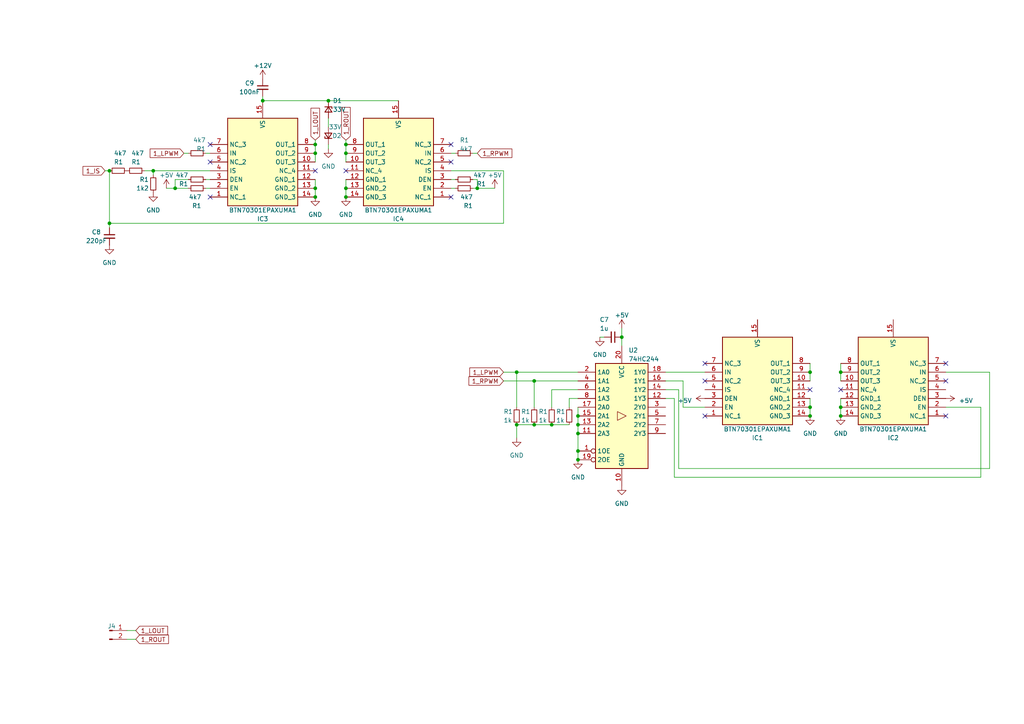
<source format=kicad_sch>
(kicad_sch (version 20230121) (generator eeschema)
  (paper "A4")
  (lib_symbols
    (symbol "74xx:74HC244"
      (property "Reference" "U" (at -7.62 16.51 0))
      (property "Value" "74HC244" (at -7.62 -16.51 0))
      (symbol "74HC244_1_0"
        (polyline (pts (xy 1.27 0) (xy -1.27 1.27) (xy -1.27 -1.27) (xy 1.27 0)) (stroke (width 0.1524)))
        (pin input inverted (at -12.7 -10.16 0) (length 5.08) (name "1OE") (number "1"))
        (pin power_in line (at 0 -20.32 90) (length 5.08) (name "GND") (number "10"))
        (pin input line (at -12.7 -5.08 0) (length 5.08) (name "2A3") (number "11"))
        (pin tri_state line (at 12.7 5.08 180) (length 5.08) (name "1Y3") (number "12"))
        (pin input line (at -12.7 -2.54 0) (length 5.08) (name "2A2") (number "13"))
        (pin tri_state line (at 12.7 7.62 180) (length 5.08) (name "1Y2") (number "14"))
        (pin input line (at -12.7 0 0) (length 5.08) (name "2A1") (number "15"))
        (pin tri_state line (at 12.7 10.16 180) (length 5.08) (name "1Y1") (number "16"))
        (pin input line (at -12.7 2.54 0) (length 5.08) (name "2A0") (number "17"))
        (pin tri_state line (at 12.7 12.7 180) (length 5.08) (name "1Y0") (number "18"))
        (pin input inverted (at -12.7 -12.7 0) (length 5.08) (name "2OE") (number "19"))
        (pin input line (at -12.7 12.7 0) (length 5.08) (name "1A0") (number "2"))
        (pin power_in line (at 0 20.32 270) (length 5.08) (name "VCC") (number "20"))
        (pin tri_state line (at 12.7 2.54 180) (length 5.08) (name "2Y0") (number "3"))
        (pin input line (at -12.7 10.16 0) (length 5.08) (name "1A1") (number "4"))
        (pin tri_state line (at 12.7 0 180) (length 5.08) (name "2Y1") (number "5"))
        (pin input line (at -12.7 7.62 0) (length 5.08) (name "1A2") (number "6"))
        (pin tri_state line (at 12.7 -2.54 180) (length 5.08) (name "2Y2") (number "7"))
        (pin input line (at -12.7 5.08 0) (length 5.08) (name "1A3") (number "8"))
        (pin tri_state line (at 12.7 -5.08 180) (length 5.08) (name "2Y3") (number "9"))
      )
      (symbol "74HC244_1_1"
        (rectangle (start -7.62 15.24) (end 7.62 -15.24) (stroke (width 0.254)) (fill (type background)))
      )
    )
    (symbol "Connector:Conn_01x02_Pin" (pin_names (offset 1.016) hide)
      (property "Reference" "J" (at 0 2.54 0))
      (property "Value" "Conn_01x02_Pin" (at 0 -5.08 0))
      (symbol "Conn_01x02_Pin_1_1"
        (polyline (pts (xy 1.27 -2.54) (xy 0.8636 -2.54)) (stroke (width 0.1524)))
        (polyline (pts (xy 1.27 0) (xy 0.8636 0)) (stroke (width 0.1524)))
        (rectangle (start 0.8636 -2.413) (end 0 -2.667) (stroke (width 0.1524)) (fill (type outline)))
        (rectangle (start 0.8636 0.127) (end 0 -0.127) (stroke (width 0.1524)) (fill (type outline)))
        (pin passive line (at 5.08 0 180) (length 3.81) (name "Pin_1") (number "1"))
        (pin passive line (at 5.08 -2.54 180) (length 3.81) (name "Pin_2") (number "2"))
      )
    )
    (symbol "Device:C_Small" (pin_numbers hide) (pin_names (offset 0.254) hide)
      (property "Reference" "C" (at 0.254 1.778 0))
      (property "Value" "C_Small" (at 0.254 -2.032 0))
      (symbol "C_Small_0_1"
        (polyline (pts (xy -1.524 -0.508) (xy 1.524 -0.508)) (stroke (width 0.3302)))
        (polyline (pts (xy -1.524 0.508) (xy 1.524 0.508)) (stroke (width 0.3048)))
      )
      (symbol "C_Small_1_1"
        (pin passive line (at 0 2.54 270) (length 2.032) (name "~") (number "1"))
        (pin passive line (at 0 -2.54 90) (length 2.032) (name "~") (number "2"))
      )
    )
    (symbol "Device:D_Zener_Small" (pin_numbers hide) (pin_names (offset 0.254) hide)
      (property "Reference" "D" (at 0 2.286 0))
      (property "Value" "D_Zener_Small" (at 0 -2.286 0))
      (symbol "D_Zener_Small_0_1"
        (polyline (pts (xy 0.762 0) (xy -0.762 0)))
        (polyline (pts (xy -0.254 1.016) (xy -0.762 1.016) (xy -0.762 -1.016)) (stroke (width 0.254)))
        (polyline (pts (xy 0.762 1.016) (xy -0.762 0) (xy 0.762 -1.016) (xy 0.762 1.016)) (stroke (width 0.254)))
      )
      (symbol "D_Zener_Small_1_1"
        (pin passive line (at -2.54 0 0) (length 1.778) (name "K") (number "1"))
        (pin passive line (at 2.54 0 180) (length 1.778) (name "A") (number "2"))
      )
    )
    (symbol "Device:R_Small" (pin_numbers hide) (pin_names (offset 0.254) hide)
      (property "Reference" "R" (at 0.762 0.508 0))
      (property "Value" "R_Small" (at 0.762 -1.016 0))
      (symbol "R_Small_0_1"
        (rectangle (start -0.762 1.778) (end 0.762 -1.778) (stroke (width 0.2032)))
      )
      (symbol "R_Small_1_1"
        (pin passive line (at 0 2.54 270) (length 0.762) (name "~") (number "1"))
        (pin passive line (at 0 -2.54 90) (length 0.762) (name "~") (number "2"))
      )
    )
    (symbol "SamacSys_Parts:BTN70301EPAXUMA1"
      (property "Reference" "IC" (at 26.67 7.62 0))
      (property "Value" "BTN70301EPAXUMA1" (at 26.67 5.08 0))
      (symbol "BTN70301EPAXUMA1_1_1"
        (rectangle (start 5.08 2.54) (end 25.4 -22.86) (stroke (width 0.254)) (fill (type background)))
        (pin passive line (at 0 0 0) (length 5.08) (name "NC_1") (number "1"))
        (pin output line (at 30.48 -10.16 180) (length 5.08) (name "OUT_3") (number "10"))
        (pin passive line (at 30.48 -7.62 180) (length 5.08) (name "NC_4") (number "11"))
        (pin power_in line (at 30.48 -5.08 180) (length 5.08) (name "GND_1") (number "12"))
        (pin power_in line (at 30.48 -2.54 180) (length 5.08) (name "GND_2") (number "13"))
        (pin power_in line (at 30.48 0 180) (length 5.08) (name "GND_3") (number "14"))
        (pin power_in line (at 15.24 -27.94 90) (length 5.08) (name "VS") (number "15"))
        (pin input line (at 0 -2.54 0) (length 5.08) (name "EN") (number "2"))
        (pin input line (at 0 -5.08 0) (length 5.08) (name "DEN") (number "3"))
        (pin output line (at 0 -7.62 0) (length 5.08) (name "IS") (number "4"))
        (pin passive line (at 0 -10.16 0) (length 5.08) (name "NC_2") (number "5"))
        (pin input line (at 0 -12.7 0) (length 5.08) (name "IN") (number "6"))
        (pin passive line (at 0 -15.24 0) (length 5.08) (name "NC_3") (number "7"))
        (pin output line (at 30.48 -15.24 180) (length 5.08) (name "OUT_1") (number "8"))
        (pin output line (at 30.48 -12.7 180) (length 5.08) (name "OUT_2") (number "9"))
      )
    )
    (symbol "power:+12V" (power) (pin_names (offset 0))
      (property "Value" "+12V" (at 0 3.556 0))
      (symbol "+12V_0_1"
        (polyline (pts (xy -0.762 1.27) (xy 0 2.54)))
        (polyline (pts (xy 0 0) (xy 0 2.54)))
        (polyline (pts (xy 0 2.54) (xy 0.762 1.27)))
      )
      (symbol "+12V_1_1"
        (pin power_in line (at 0 0 90) (length 0) hide (name "+12V") (number "1"))
      )
    )
    (symbol "power:+5V" (power) (pin_names (offset 0))
      (property "Value" "+5V" (at 0 3.556 0))
      (symbol "+5V_0_1"
        (polyline (pts (xy -0.762 1.27) (xy 0 2.54)))
        (polyline (pts (xy 0 0) (xy 0 2.54)))
        (polyline (pts (xy 0 2.54) (xy 0.762 1.27)))
      )
      (symbol "+5V_1_1"
        (pin power_in line (at 0 0 90) (length 0) hide (name "+5V") (number "1"))
      )
    )
    (symbol "power:GND" (power) (pin_names (offset 0))
      (property "Value" "GND" (at 0 -3.81 0))
      (symbol "GND_0_1"
        (polyline (pts (xy 0 0) (xy 0 -1.27) (xy 1.27 -1.27) (xy 0 -2.54) (xy -1.27 -1.27) (xy 0 -1.27)))
      )
      (symbol "GND_1_1"
        (pin power_in line (at 0 0 270) (length 0) hide (name "GND") (number "1"))
      )
    )
  )
  (junction (at 160.02 123.19))
  (junction (at 138.43 54.61))
  (junction (at 167.64 130.81))
  (junction (at 234.95 107.95))
  (junction (at 149.86 123.19))
  (junction (at 234.95 118.11))
  (junction (at 167.64 120.65))
  (junction (at 100.33 44.45))
  (junction (at 100.33 57.15))
  (junction (at 167.64 123.19))
  (junction (at 243.84 107.95))
  (junction (at 243.84 120.65))
  (junction (at 91.44 57.15))
  (junction (at 95.25 29.21))
  (junction (at 149.86 107.95))
  (junction (at 167.64 133.35))
  (junction (at 234.95 120.65))
  (junction (at 50.8 54.61))
  (junction (at 100.33 41.91))
  (junction (at 154.94 123.19))
  (junction (at 91.44 44.45))
  (junction (at 76.2 29.21))
  (junction (at 91.44 41.91))
  (junction (at 44.45 49.53))
  (junction (at 180.34 97.79))
  (junction (at 167.64 125.73))
  (junction (at 31.75 64.77))
  (junction (at 243.84 118.11))
  (junction (at 91.44 54.61))
  (junction (at 100.33 54.61))
  (junction (at 154.94 110.49))
  (junction (at 31.75 49.53))
  (no_connect (at 243.84 113.03))
  (no_connect (at 60.96 57.15))
  (no_connect (at 130.81 41.91))
  (no_connect (at 91.44 49.53))
  (no_connect (at 274.32 120.65))
  (no_connect (at 274.32 105.41))
  (no_connect (at 130.81 46.99))
  (no_connect (at 234.95 113.03))
  (no_connect (at 100.33 49.53))
  (no_connect (at 274.32 110.49))
  (no_connect (at 204.47 120.65))
  (no_connect (at 60.96 46.99))
  (no_connect (at 204.47 105.41))
  (no_connect (at 60.96 41.91))
  (no_connect (at 204.47 110.49))
  (no_connect (at 130.81 57.15))
  (wire (pts (xy 31.75 64.77) (xy 31.75 49.53)))
  (wire (pts (xy 160.02 113.03) (xy 167.64 113.03)))
  (wire (pts (xy 95.25 34.29) (xy 95.25 36.83)))
  (wire (pts (xy 195.58 138.43) (xy 284.48 138.43)))
  (wire (pts (xy 59.69 44.45) (xy 60.96 44.45)))
  (wire (pts (xy 48.26 54.61) (xy 50.8 54.61)))
  (wire (pts (xy 167.64 120.65) (xy 167.64 123.19)))
  (wire (pts (xy 100.33 52.07) (xy 100.33 54.61)))
  (wire (pts (xy 95.25 29.21) (xy 115.57 29.21)))
  (wire (pts (xy 50.8 52.07) (xy 54.61 52.07)))
  (wire (pts (xy 91.44 52.07) (xy 91.44 54.61)))
  (wire (pts (xy 173.99 97.79) (xy 175.26 97.79)))
  (wire (pts (xy 76.2 29.21) (xy 95.25 29.21)))
  (wire (pts (xy 36.83 182.88) (xy 39.37 182.88)))
  (wire (pts (xy 287.02 135.89) (xy 196.85 135.89)))
  (wire (pts (xy 193.04 107.95) (xy 204.47 107.95)))
  (wire (pts (xy 284.48 138.43) (xy 284.48 118.11)))
  (wire (pts (xy 154.94 123.19) (xy 160.02 123.19)))
  (wire (pts (xy 196.85 113.03) (xy 193.04 113.03)))
  (wire (pts (xy 195.58 115.57) (xy 195.58 138.43)))
  (wire (pts (xy 165.1 115.57) (xy 167.64 115.57)))
  (wire (pts (xy 204.47 118.11) (xy 198.12 118.11)))
  (wire (pts (xy 60.96 49.53) (xy 44.45 49.53)))
  (wire (pts (xy 138.43 44.45) (xy 137.16 44.45)))
  (wire (pts (xy 243.84 115.57) (xy 243.84 118.11)))
  (wire (pts (xy 50.8 52.07) (xy 50.8 54.61)))
  (wire (pts (xy 146.05 64.77) (xy 31.75 64.77)))
  (wire (pts (xy 91.44 54.61) (xy 91.44 57.15)))
  (wire (pts (xy 234.95 118.11) (xy 234.95 120.65)))
  (wire (pts (xy 284.48 118.11) (xy 274.32 118.11)))
  (wire (pts (xy 196.85 135.89) (xy 196.85 113.03)))
  (wire (pts (xy 149.86 123.19) (xy 154.94 123.19)))
  (wire (pts (xy 91.44 44.45) (xy 91.44 46.99)))
  (wire (pts (xy 243.84 118.11) (xy 243.84 120.65)))
  (wire (pts (xy 130.81 49.53) (xy 146.05 49.53)))
  (wire (pts (xy 41.91 49.53) (xy 44.45 49.53)))
  (wire (pts (xy 50.8 54.61) (xy 54.61 54.61)))
  (wire (pts (xy 243.84 107.95) (xy 243.84 110.49)))
  (wire (pts (xy 100.33 44.45) (xy 100.33 46.99)))
  (wire (pts (xy 165.1 118.11) (xy 165.1 115.57)))
  (wire (pts (xy 146.05 110.49) (xy 154.94 110.49)))
  (wire (pts (xy 160.02 118.11) (xy 160.02 113.03)))
  (wire (pts (xy 91.44 40.64) (xy 91.44 41.91)))
  (wire (pts (xy 76.2 27.94) (xy 76.2 29.21)))
  (wire (pts (xy 234.95 105.41) (xy 234.95 107.95)))
  (wire (pts (xy 234.95 115.57) (xy 234.95 118.11)))
  (wire (pts (xy 100.33 41.91) (xy 100.33 44.45)))
  (wire (pts (xy 149.86 107.95) (xy 167.64 107.95)))
  (wire (pts (xy 149.86 107.95) (xy 149.86 118.11)))
  (wire (pts (xy 95.25 41.91) (xy 95.25 43.18)))
  (wire (pts (xy 138.43 52.07) (xy 138.43 54.61)))
  (wire (pts (xy 180.34 95.25) (xy 180.34 97.79)))
  (wire (pts (xy 36.83 185.42) (xy 39.37 185.42)))
  (wire (pts (xy 193.04 115.57) (xy 195.58 115.57)))
  (wire (pts (xy 59.69 52.07) (xy 60.96 52.07)))
  (wire (pts (xy 198.12 118.11) (xy 198.12 110.49)))
  (wire (pts (xy 53.34 44.45) (xy 54.61 44.45)))
  (wire (pts (xy 167.64 130.81) (xy 167.64 133.35)))
  (wire (pts (xy 167.64 125.73) (xy 167.64 130.81)))
  (wire (pts (xy 44.45 49.53) (xy 44.45 50.8)))
  (wire (pts (xy 91.44 41.91) (xy 91.44 44.45)))
  (wire (pts (xy 234.95 107.95) (xy 234.95 110.49)))
  (wire (pts (xy 130.81 52.07) (xy 132.08 52.07)))
  (wire (pts (xy 146.05 49.53) (xy 146.05 64.77)))
  (wire (pts (xy 243.84 105.41) (xy 243.84 107.95)))
  (wire (pts (xy 198.12 110.49) (xy 193.04 110.49)))
  (wire (pts (xy 180.34 97.79) (xy 180.34 100.33)))
  (wire (pts (xy 59.69 54.61) (xy 60.96 54.61)))
  (wire (pts (xy 160.02 123.19) (xy 165.1 123.19)))
  (wire (pts (xy 31.75 64.77) (xy 31.75 66.04)))
  (wire (pts (xy 30.48 49.53) (xy 31.75 49.53)))
  (wire (pts (xy 146.05 107.95) (xy 149.86 107.95)))
  (wire (pts (xy 100.33 54.61) (xy 100.33 57.15)))
  (wire (pts (xy 100.33 40.64) (xy 100.33 41.91)))
  (wire (pts (xy 274.32 107.95) (xy 287.02 107.95)))
  (wire (pts (xy 167.64 118.11) (xy 167.64 120.65)))
  (wire (pts (xy 137.16 52.07) (xy 138.43 52.07)))
  (wire (pts (xy 130.81 54.61) (xy 132.08 54.61)))
  (wire (pts (xy 154.94 110.49) (xy 154.94 118.11)))
  (wire (pts (xy 287.02 107.95) (xy 287.02 135.89)))
  (wire (pts (xy 149.86 123.19) (xy 149.86 127)))
  (wire (pts (xy 132.08 44.45) (xy 130.81 44.45)))
  (wire (pts (xy 154.94 110.49) (xy 167.64 110.49)))
  (wire (pts (xy 143.51 54.61) (xy 138.43 54.61)))
  (wire (pts (xy 138.43 54.61) (xy 137.16 54.61)))
  (wire (pts (xy 167.64 123.19) (xy 167.64 125.73)))
  (global_label "1_LOUT" (shape input) (at 39.37 182.88 0) (property "Intersheetrefs" "${INTERSHEET_REFS}" (effects hide)))
  (global_label "1_IS" (shape input) (at 30.48 49.53 180) (property "Intersheetrefs" "${INTERSHEET_REFS}" (effects hide)))
  (global_label "1_LPWM" (shape input) (at 146.05 107.95 180) (property "Intersheetrefs" "${INTERSHEET_REFS}" (effects hide)))
  (global_label "1_ROUT" (shape input) (at 100.33 40.64 90) (property "Intersheetrefs" "${INTERSHEET_REFS}" (effects hide)))
  (global_label "1_RPWM" (shape input) (at 138.43 44.45 0) (property "Intersheetrefs" "${INTERSHEET_REFS}" (effects hide)))
  (global_label "1_RPWM" (shape input) (at 146.05 110.49 180) (property "Intersheetrefs" "${INTERSHEET_REFS}" (effects hide)))
  (global_label "1_LPWM" (shape input) (at 53.34 44.45 180) (property "Intersheetrefs" "${INTERSHEET_REFS}" (effects hide)))
  (global_label "1_LOUT" (shape input) (at 91.44 40.64 90) (property "Intersheetrefs" "${INTERSHEET_REFS}" (effects hide)))
  (global_label "1_ROUT" (shape input) (at 39.37 185.42 0) (property "Intersheetrefs" "${INTERSHEET_REFS}" (effects hide)))
  (symbol (lib_id "Device:R_Small") (at 57.15 52.07 90) (unit 1)
    (property "Reference" "R1" (at 54.61 53.34 90) (effects (justify left)))
    (property "Value" "4k7" (at 54.61 50.8 90) (effects (justify left)))
    (instances (project "rbc_circuits" (path "" (reference "R1") (unit 1)) (path "" (reference "R12") (unit 1))))
  )
  (symbol (lib_id "Device:D_Zener_Small") (at 95.25 39.37 90) (unit 1)
    (property "Reference" "D2" (at 99.06 39.37 90) (effects (justify left)))
    (property "Value" "33V" (at 99.06 36.83 90) (effects (justify left)))
  )
  (symbol (lib_id "SamacSys_Parts:BTN70301EPAXUMA1") (at 130.81 57.15 180) (unit 1)
    (property "Reference" "IC4" (at 115.57 63.5 0))
    (property "Value" "BTN70301EPAXUMA1" (at 115.57 60.96 0))
    (property "Footprint" "SOP65P600X115-15N" (effects hide))
    (property "Datasheet" "https://www.infineon.com/dgdl/Infineon-BTN7030-1EPA-DataSheet-v01_01-EN.pdf?fileId=5546d462749a7c2d0174b68220d93194" (effects hide))
    (property "Height" "1.15" (effects hide))
    (property "Mouser Part Number" "726-BTN70301EPAXUMA1" (effects hide))
    (property "Mouser Price/Stock" "https://www.mouser.co.uk/ProductDetail/Infineon-Technologies/BTN70301EPAXUMA1?qs=DPoM0jnrROUEnXUocksGqQ%3D%3D" (effects hide))
    (property "Manufacturer_Name" "Infineon" (effects hide))
    (property "Manufacturer_Part_Number" "BTN70301EPAXUMA1" (effects hide))
  )
  (symbol (lib_id "power:GND") (at 243.84 120.65 0) (unit 1)
    (property "Reference" "#PWR022" (effects hide))
    (property "Value" "GND" (at 243.84 125.73 0))
  )
  (symbol (lib_id "power:+5V") (at 143.51 54.61 0) (unit 1)
    (property "Reference" "#PWR027" (effects hide))
    (property "Value" "+5V" (at 143.51 50.8 0))
  )
  (symbol (lib_id "Device:C_Small") (at 76.2 25.4 0) (unit 1)
    (property "Reference" "C9" (at 72.39 24.13 0))
    (property "Value" "100nF" (at 72.39 26.67 0))
  )
  (symbol (lib_id "power:+12V") (at 76.2 22.86 0) (unit 1)
    (property "Reference" "#PWR030" (effects hide))
    (property "Value" "+12V" (at 76.2 19.05 0))
  )
  (symbol (lib_id "Device:C_Small") (at 31.75 68.58 0) (unit 1)
    (property "Reference" "C8" (at 27.94 67.31 0))
    (property "Value" "220pF" (at 27.94 69.85 0))
  )
  (symbol (lib_id "power:GND") (at 95.25 43.18 0) (unit 1)
    (property "Reference" "#PWR031" (effects hide))
    (property "Value" "GND" (at 95.25 48.26 0))
  )
  (symbol (lib_id "power:+5V") (at 180.34 95.25 0) (unit 1)
    (property "Reference" "#PWR016" (effects hide))
    (property "Value" "+5V" (at 180.34 91.44 0))
  )
  (symbol (lib_id "Device:R_Small") (at 57.15 54.61 90) (unit 1)
    (property "Reference" "R1" (at 58.42 59.69 90) (effects (justify left)))
    (property "Value" "4k7" (at 58.42 57.15 90) (effects (justify left)))
    (instances (project "rbc_circuits" (path "" (reference "R1") (unit 1)) (path "" (reference "R13") (unit 1))))
  )
  (symbol (lib_id "SamacSys_Parts:BTN70301EPAXUMA1") (at 60.96 57.15 0) (mirror x) (unit 1)
    (property "Reference" "IC3" (at 76.2 63.5 0))
    (property "Value" "BTN70301EPAXUMA1" (at 76.2 60.96 0))
    (property "Footprint" "SOP65P600X115-15N" (effects hide))
    (property "Datasheet" "https://www.infineon.com/dgdl/Infineon-BTN7030-1EPA-DataSheet-v01_01-EN.pdf?fileId=5546d462749a7c2d0174b68220d93194" (effects hide))
    (property "Height" "1.15" (effects hide))
    (property "Mouser Part Number" "726-BTN70301EPAXUMA1" (effects hide))
    (property "Mouser Price/Stock" "https://www.mouser.co.uk/ProductDetail/Infineon-Technologies/BTN70301EPAXUMA1?qs=DPoM0jnrROUEnXUocksGqQ%3D%3D" (effects hide))
    (property "Manufacturer_Name" "Infineon" (effects hide))
    (property "Manufacturer_Part_Number" "BTN70301EPAXUMA1" (effects hide))
  )
  (symbol (lib_id "power:+5V") (at 48.26 54.61 0) (unit 1)
    (property "Reference" "#PWR024" (effects hide))
    (property "Value" "+5V" (at 48.26 50.8 0))
  )
  (symbol (lib_id "SamacSys_Parts:BTN70301EPAXUMA1") (at 204.47 120.65 0) (mirror x) (unit 1)
    (property "Reference" "IC1" (at 219.71 127 0))
    (property "Value" "BTN70301EPAXUMA1" (at 219.71 124.46 0))
    (property "Footprint" "SOP65P600X115-15N" (effects hide))
    (property "Datasheet" "https://www.infineon.com/dgdl/Infineon-BTN7030-1EPA-DataSheet-v01_01-EN.pdf?fileId=5546d462749a7c2d0174b68220d93194" (effects hide))
    (property "Height" "1.15" (effects hide))
    (property "Mouser Part Number" "726-BTN70301EPAXUMA1" (effects hide))
    (property "Mouser Price/Stock" "https://www.mouser.co.uk/ProductDetail/Infineon-Technologies/BTN70301EPAXUMA1?qs=DPoM0jnrROUEnXUocksGqQ%3D%3D" (effects hide))
    (property "Manufacturer_Name" "Infineon" (effects hide))
    (property "Manufacturer_Part_Number" "BTN70301EPAXUMA1" (effects hide))
  )
  (symbol (lib_id "Device:R_Small") (at 39.37 49.53 270) (unit 1)
    (property "Reference" "R1" (at 38.1 46.99 90) (effects (justify left)))
    (property "Value" "4k7" (at 38.1 44.45 90) (effects (justify left)))
    (instances (project "rbc_circuits" (path "" (reference "R1") (unit 1)) (path "" (reference "R16") (unit 1))))
  )
  (symbol (lib_id "power:GND") (at 31.75 71.12 0) (unit 1)
    (property "Reference" "#PWR029" (effects hide))
    (property "Value" "GND" (at 31.75 76.2 0))
  )
  (symbol (lib_id "Device:D_Zener_Small") (at 95.25 31.75 270) (unit 1)
    (property "Reference" "D1" (at 96.52 29.21 90) (effects (justify left)))
    (property "Value" "33V" (at 96.52 31.75 90) (effects (justify left)))
  )
  (symbol (lib_id "power:GND") (at 44.45 55.88 0) (unit 1)
    (property "Reference" "#PWR028" (effects hide))
    (property "Value" "GND" (at 44.45 60.96 0))
  )
  (symbol (lib_id "power:GND") (at 167.64 133.35 0) (unit 1)
    (property "Reference" "#PWR015" (effects hide))
    (property "Value" "GND" (at 167.64 138.43 0))
  )
  (symbol (lib_id "74xx:74HC244") (at 180.34 120.65 0) (unit 1)
    (property "Reference" "U2" (at 182.2959 101.6 0) (effects (justify left)))
    (property "Value" "74HC244" (at 182.2959 104.14 0) (effects (justify left)))
    (property "Datasheet" "https://assets.nexperia.com/documents/data-sheet/74HC_HCT244.pdf" (effects hide))
  )
  (symbol (lib_id "power:GND") (at 149.86 127 0) (unit 1)
    (property "Reference" "#PWR023" (effects hide))
    (property "Value" "GND" (at 149.86 132.08 0))
  )
  (symbol (lib_id "Connector:Conn_01x02_Pin") (at 31.75 182.88 0) (unit 1)
    (property "Reference" "J4" (at 32.385 181.61 0))
    (property "Value" "Conn_01x02_Pin" (effects hide))
  )
  (symbol (lib_id "power:GND") (at 100.33 57.15 0) (unit 1)
    (property "Reference" "#PWR026" (effects hide))
    (property "Value" "GND" (at 100.33 62.23 0))
  )
  (symbol (lib_id "Device:R_Small") (at 134.62 44.45 270) (unit 1)
    (property "Reference" "R1" (at 133.35 40.64 90) (effects (justify left)))
    (property "Value" "4k7" (at 133.35 43.18 90) (effects (justify left)))
    (instances (project "rbc_circuits" (path "" (reference "R1") (unit 1)) (path "" (reference "R19") (unit 1))))
  )
  (symbol (lib_id "power:GND") (at 180.34 140.97 0) (unit 1)
    (property "Reference" "#PWR020" (effects hide))
    (property "Value" "GND" (at 180.34 146.05 0))
  )
  (symbol (lib_id "Device:R_Small") (at 149.86 120.65 0) (unit 1)
    (property "Reference" "R1" (at 146.05 119.38 0) (effects (justify left)))
    (property "Value" "1k" (at 146.05 121.92 0) (effects (justify left)))
    (instances (project "rbc_circuits" (path "" (reference "R1") (unit 1)) (path "" (reference "R8") (unit 1))))
  )
  (symbol (lib_id "Device:R_Small") (at 154.94 120.65 0) (unit 1)
    (property "Reference" "R1" (at 151.13 119.38 0) (effects (justify left)))
    (property "Value" "1k" (at 151.13 121.92 0) (effects (justify left)))
    (instances (project "rbc_circuits" (path "" (reference "R1") (unit 1)) (path "" (reference "R9") (unit 1))))
  )
  (symbol (lib_id "power:GND") (at 91.44 57.15 0) (unit 1)
    (property "Reference" "#PWR025" (effects hide))
    (property "Value" "GND" (at 91.44 62.23 0))
  )
  (symbol (lib_id "power:+5V") (at 274.32 115.57 270) (unit 1)
    (property "Reference" "#PWR019" (effects hide))
    (property "Value" "+5V" (at 278.13 116.205 90) (effects (justify left)))
  )
  (symbol (lib_id "Device:R_Small") (at 34.29 49.53 270) (unit 1)
    (property "Reference" "R1" (at 33.02 46.99 90) (effects (justify left)))
    (property "Value" "4k7" (at 33.02 44.45 90) (effects (justify left)))
    (instances (project "rbc_circuits" (path "" (reference "R1") (unit 1)) (path "" (reference "R20") (unit 1))))
  )
  (symbol (lib_id "Device:R_Small") (at 44.45 53.34 180) (unit 1)
    (property "Reference" "R1" (at 43.18 52.07 0) (effects (justify left)))
    (property "Value" "1k2" (at 43.18 54.61 0) (effects (justify left)))
    (instances (project "rbc_circuits" (path "" (reference "R1") (unit 1)) (path "" (reference "R15") (unit 1))))
  )
  (symbol (lib_id "Device:R_Small") (at 165.1 120.65 0) (unit 1)
    (property "Reference" "R1" (at 161.29 119.38 0) (effects (justify left)))
    (property "Value" "1k" (at 161.29 121.92 0) (effects (justify left)))
    (instances (project "rbc_circuits" (path "" (reference "R1") (unit 1)) (path "" (reference "R11") (unit 1))))
  )
  (symbol (lib_id "Device:R_Small") (at 57.15 44.45 90) (unit 1)
    (property "Reference" "R1" (at 59.69 43.18 90) (effects (justify left)))
    (property "Value" "4k7" (at 59.69 40.64 90) (effects (justify left)))
    (instances (project "rbc_circuits" (path "" (reference "R1") (unit 1)) (path "" (reference "R14") (unit 1))))
  )
  (symbol (lib_id "power:GND") (at 173.99 97.79 0) (unit 1)
    (property "Reference" "#PWR017" (effects hide))
    (property "Value" "GND" (at 173.99 102.87 0))
  )
  (symbol (lib_id "Device:C_Small") (at 177.8 97.79 270) (unit 1)
    (property "Reference" "C7" (at 175.26 92.71 90))
    (property "Value" "1u" (at 175.26 95.25 90))
  )
  (symbol (lib_id "power:+5V") (at 204.47 115.57 90) (unit 1)
    (property "Reference" "#PWR018" (effects hide))
    (property "Value" "+5V" (at 200.66 116.205 90) (effects (justify left)))
  )
  (symbol (lib_id "Device:R_Small") (at 134.62 54.61 90) (unit 1)
    (property "Reference" "R1" (at 137.16 59.69 90) (effects (justify left)))
    (property "Value" "4k7" (at 137.16 57.15 90) (effects (justify left)))
    (instances (project "rbc_circuits" (path "" (reference "R1") (unit 1)) (path "" (reference "R18") (unit 1))))
  )
  (symbol (lib_id "Device:R_Small") (at 134.62 52.07 90) (unit 1)
    (property "Reference" "R1" (at 140.97 53.34 90) (effects (justify left)))
    (property "Value" "4k7" (at 140.97 50.8 90) (effects (justify left)))
    (instances (project "rbc_circuits" (path "" (reference "R1") (unit 1)) (path "" (reference "R17") (unit 1))))
  )
  (symbol (lib_id "Device:R_Small") (at 160.02 120.65 0) (unit 1)
    (property "Reference" "R1" (at 156.21 119.38 0) (effects (justify left)))
    (property "Value" "1k" (at 156.21 121.92 0) (effects (justify left)))
    (instances (project "rbc_circuits" (path "" (reference "R1") (unit 1)) (path "" (reference "R10") (unit 1))))
  )
  (symbol (lib_id "power:GND") (at 234.95 120.65 0) (unit 1)
    (property "Reference" "#PWR021" (effects hide))
    (property "Value" "GND" (at 234.95 125.73 0))
  )
  (symbol (lib_id "SamacSys_Parts:BTN70301EPAXUMA1") (at 274.32 120.65 180) (unit 1)
    (property "Reference" "IC2" (at 259.08 127 0))
    (property "Value" "BTN70301EPAXUMA1" (at 259.08 124.46 0))
    (property "Footprint" "SOP65P600X115-15N" (effects hide))
    (property "Datasheet" "https://www.infineon.com/dgdl/Infineon-BTN7030-1EPA-DataSheet-v01_01-EN.pdf?fileId=5546d462749a7c2d0174b68220d93194" (effects hide))
    (property "Height" "1.15" (effects hide))
    (property "Mouser Part Number" "726-BTN70301EPAXUMA1" (effects hide))
    (property "Mouser Price/Stock" "https://www.mouser.co.uk/ProductDetail/Infineon-Technologies/BTN70301EPAXUMA1?qs=DPoM0jnrROUEnXUocksGqQ%3D%3D" (effects hide))
    (property "Manufacturer_Name" "Infineon" (effects hide))
    (property "Manufacturer_Part_Number" "BTN70301EPAXUMA1" (effects hide))
  )
)
</source>
